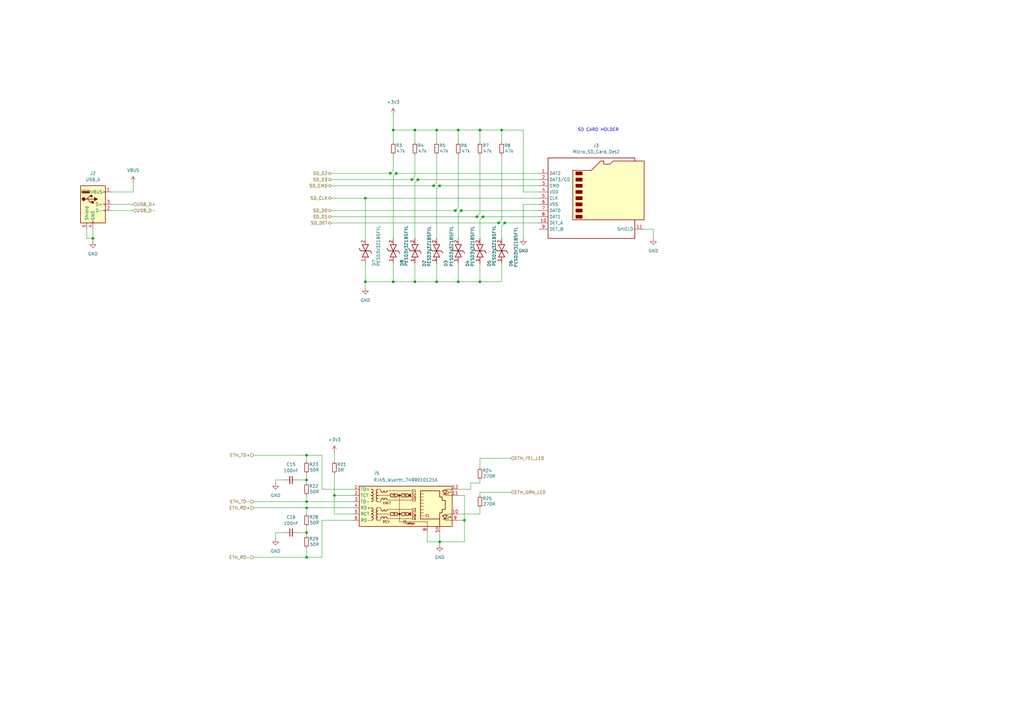
<source format=kicad_sch>
(kicad_sch (version 20231120) (generator "eeschema") (generator_version "8.0")
  (paper "A3")
  (lib_symbols
    (symbol "Chase_Diode:PESD3V3Z1BSFYL" (pin_names hide)
      (property "Reference" "D" (at 5.08 6.35 0))
      (property "Value" "PESD3V3Z1BSFYL" (at 5.08 3.81 0))
      (symbol "PESD3V3Z1BSFYL_1_1"
        (polyline (pts (xy 5.08 1.27) (xy 5.08 -1.27)) (stroke (width 0.254)))
        (polyline (pts (xy 5.08 1.27) (xy 7.62 0)) (stroke (width 0.254)))
        (polyline (pts (xy 7.62 -2.032) (xy 6.604 -2.54)) (stroke (width 0.254)))
        (polyline (pts (xy 7.62 -1.905) (xy 7.62 1.905)) (stroke (width 0.254)))
        (polyline (pts (xy 7.62 0) (xy 5.08 -1.27)) (stroke (width 0.254)))
        (polyline (pts (xy 7.62 0) (xy 10.16 1.27)) (stroke (width 0.254)))
        (polyline (pts (xy 8.636 2.54) (xy 7.62 2.032)) (stroke (width 0.254)))
        (polyline (pts (xy 10.16 -1.27) (xy 7.62 0)) (stroke (width 0.254)))
        (polyline (pts (xy 10.16 -1.27) (xy 10.16 1.27)) (stroke (width 0.254)))
        (pin passive line (at 2.54 0 0) (length 2.54) (name "K1") (number "1"))
        (pin passive line (at 12.7 0 180) (length 2.54) (name "K2") (number "2"))
      )
    )
    (symbol "Connector:Micro_SD_Card_Det2"
      (property "Reference" "J" (at -16.51 17.78 0))
      (property "Value" "Micro_SD_Card_Det2" (at 16.51 17.78 0))
      (symbol "Micro_SD_Card_Det2_0_1"
        (rectangle (start -7.62 -6.985) (end -5.08 -8.255) (stroke (width 0.254)) (fill (type outline)))
        (rectangle (start -7.62 -4.445) (end -5.08 -5.715) (stroke (width 0.254)) (fill (type outline)))
        (rectangle (start -7.62 -1.905) (end -5.08 -3.175) (stroke (width 0.254)) (fill (type outline)))
        (rectangle (start -7.62 0.635) (end -5.08 -0.635) (stroke (width 0.254)) (fill (type outline)))
        (rectangle (start -7.62 3.175) (end -5.08 1.905) (stroke (width 0.254)) (fill (type outline)))
        (rectangle (start -7.62 5.715) (end -5.08 4.445) (stroke (width 0.254)) (fill (type outline)))
        (rectangle (start -7.62 8.255) (end -5.08 6.985) (stroke (width 0.254)) (fill (type outline)))
        (rectangle (start -7.62 10.795) (end -5.08 9.525) (stroke (width 0.254)) (fill (type outline)))
        (polyline (pts (xy 16.51 15.24) (xy 16.51 16.51) (xy -19.05 16.51) (xy -19.05 -16.51) (xy 16.51 -16.51) (xy 16.51 -8.89)) (stroke (width 0.254)))
        (polyline (pts (xy -8.89 -8.89) (xy -8.89 11.43) (xy -1.27 11.43) (xy 2.54 15.24) (xy 3.81 15.24) (xy 3.81 13.97) (xy 6.35 13.97) (xy 7.62 15.24) (xy 20.32 15.24) (xy 20.32 -8.89) (xy -8.89 -8.89)) (stroke (width 0.254)) (fill (type background)))
      )
      (symbol "Micro_SD_Card_Det2_1_1"
        (pin bidirectional line (at -22.86 10.16 0) (length 3.81) (name "DAT2") (number "1"))
        (pin passive line (at -22.86 -10.16 0) (length 3.81) (name "DET_A") (number "10"))
        (pin passive line (at 20.32 -12.7 180) (length 3.81) (name "SHIELD") (number "11"))
        (pin bidirectional line (at -22.86 7.62 0) (length 3.81) (name "DAT3/CD") (number "2"))
        (pin input line (at -22.86 5.08 0) (length 3.81) (name "CMD") (number "3"))
        (pin power_in line (at -22.86 2.54 0) (length 3.81) (name "VDD") (number "4"))
        (pin input line (at -22.86 0 0) (length 3.81) (name "CLK") (number "5"))
        (pin power_in line (at -22.86 -2.54 0) (length 3.81) (name "VSS") (number "6"))
        (pin bidirectional line (at -22.86 -5.08 0) (length 3.81) (name "DAT0") (number "7"))
        (pin bidirectional line (at -22.86 -7.62 0) (length 3.81) (name "DAT1") (number "8"))
        (pin passive line (at -22.86 -12.7 0) (length 3.81) (name "DET_B") (number "9"))
      )
    )
    (symbol "Connector:RJ45_Wuerth_7499010121A"
      (property "Reference" "J" (at 17.78 10.16 0))
      (property "Value" "RJ45_Wuerth_7499010121A" (at -6.35 10.16 0))
      (symbol "RJ45_Wuerth_7499010121A_0_0"
        (circle (center -1.27 -2.54) (radius 0.0001) (stroke (width 0.508)))
        (circle (center -1.27 5.08) (radius 0.0001) (stroke (width 0.508)))
        (polyline (pts (xy -1.27 5.08) (xy -1.27 -5.715)))
        (polyline (pts (xy 0.635 -5.08) (xy 0.635 -6.35)) (stroke (width 0.254)))
        (polyline (pts (xy 1.27 -5.08) (xy 1.27 -6.35)) (stroke (width 0.254)))
        (polyline (pts (xy 3.048 -2.54) (xy 2.54 -2.54)))
        (polyline (pts (xy 3.048 5.08) (xy 2.54 5.08)))
        (polyline (pts (xy 17.399 -3.048) (xy 17.399 -2.54) (xy 20.32 -2.54)))
        (polyline (pts (xy 17.399 7.112) (xy 17.399 7.62) (xy 20.32 7.62)))
        (polyline (pts (xy 20.32 -5.08) (xy 17.399 -5.08) (xy 17.399 -4.572)))
        (polyline (pts (xy 20.32 5.08) (xy 17.399 5.08) (xy 17.399 5.588)))
        (polyline (pts (xy 3.683 -1.905) (xy 3.048 -1.905) (xy 3.048 -3.175) (xy 3.683 -3.175)))
        (polyline (pts (xy 3.683 5.715) (xy 3.048 5.715) (xy 3.048 4.445) (xy 3.683 4.445)))
        (circle (center 3.048 -2.54) (radius 0.0001) (stroke (width 0.508)))
        (circle (center 3.048 5.08) (radius 0.0001) (stroke (width 0.508)))
        (text "C1" (at 4.699 6.985 0) (effects (font (size 0.889 0.889))))
        (text "C1" (at 10.16 -3.175 0) (effects (font (size 0.889 0.889))))
        (text "C2" (at 4.699 3.175 0) (effects (font (size 0.889 0.889))))
        (text "C3" (at 4.699 -0.635 0) (effects (font (size 0.889 0.889))))
        (text "C4" (at 4.699 5.715 0) (effects (font (size 0.889 0.889))))
        (text "C5" (at 4.699 4.445 0) (effects (font (size 0.889 0.889))))
        (text "C6" (at 4.699 -4.445 0) (effects (font (size 0.889 0.889))))
        (text "C7" (at 4.699 -1.905 0) (effects (font (size 0.889 0.889))))
        (text "C8" (at 4.699 -3.175 0) (effects (font (size 0.889 0.889))))
        (text "RCV" (at -8.255 -5.715 0) (effects (font (size 1.016 1.016)) (justify left)))
        (text "XMIT" (at -8.255 1.905 0) (effects (font (size 1.016 1.016)) (justify left)))
      )
      (symbol "RJ45_Wuerth_7499010121A_0_1"
        (rectangle (start -17.78 8.89) (end 20.32 -7.62) (stroke (width 0.254)) (fill (type background)))
        (polyline (pts (xy -12.7 -5.08) (xy -13.081 -5.08)))
        (polyline (pts (xy -12.7 -2.54) (xy -13.081 -2.54)))
        (polyline (pts (xy -12.7 0) (xy -13.081 0)))
        (polyline (pts (xy -12.7 2.54) (xy -13.081 2.54)))
        (polyline (pts (xy -12.7 5.08) (xy -13.081 5.08)))
        (polyline (pts (xy -12.7 7.62) (xy -13.081 7.62)))
        (polyline (pts (xy -6.35 -4.445) (xy 3.683 -4.445)))
        (polyline (pts (xy -6.35 3.175) (xy 3.683 3.175)))
        (polyline (pts (xy -6.35 6.985) (xy 3.683 6.985)))
        (polyline (pts (xy -6.223 -0.635) (xy 3.683 -0.635)))
        (polyline (pts (xy -5.08 -2.54) (xy -10.16 -2.54)))
        (polyline (pts (xy -4.953 5.08) (xy -10.16 5.08)))
        (polyline (pts (xy -2.159 -2.54) (xy -0.381 -2.54)))
        (polyline (pts (xy -2.159 5.08) (xy -0.381 5.08)))
        (polyline (pts (xy 0.635 -5.715) (xy -1.27 -5.715)))
        (polyline (pts (xy 7.366 -2.032) (xy 8.636 -2.032)))
        (polyline (pts (xy 7.366 -0.762) (xy 8.636 -0.762)))
        (polyline (pts (xy 7.366 0.635) (xy 8.636 0.635)))
        (polyline (pts (xy 7.366 1.905) (xy 8.636 1.905)))
        (polyline (pts (xy 7.366 3.175) (xy 8.636 3.175)))
        (polyline (pts (xy 8.636 -3.302) (xy 7.366 -3.302)))
        (polyline (pts (xy 8.636 4.445) (xy 7.366 4.445)))
        (polyline (pts (xy 8.636 5.715) (xy 7.366 5.715)))
        (polyline (pts (xy 10.16 -5.715) (xy 1.27 -5.715)))
        (polyline (pts (xy 10.16 -5.715) (xy 10.16 -7.62)))
        (polyline (pts (xy -10.16 0) (xy -8.89 0) (xy -8.89 -0.635)))
        (polyline (pts (xy -10.16 7.62) (xy -8.89 7.62) (xy -8.89 6.985)))
        (polyline (pts (xy -8.89 -4.445) (xy -8.89 -5.08) (xy -10.16 -5.08)))
        (polyline (pts (xy -8.89 3.175) (xy -8.89 2.54) (xy -10.16 2.54)))
      )
      (symbol "RJ45_Wuerth_7499010121A_1_0"
        (text "1000pF" (at 3.302 -6.477 0) (effects (font (size 0.635 0.635))))
      )
      (symbol "RJ45_Wuerth_7499010121A_1_1"
        (arc (start -12.7 -1.27) (mid -12.0677 -0.635) (end -12.7 0) (stroke (width 0.254)))
        (arc (start -12.6973 -5.08) (mid -12.065 -4.445) (end -12.6973 -3.81) (stroke (width 0.254)))
        (arc (start -12.6973 -3.81) (mid -12.065 -3.175) (end -12.6973 -2.54) (stroke (width 0.254)))
        (arc (start -12.6973 -2.54) (mid -12.065 -1.905) (end -12.6973 -1.27) (stroke (width 0.254)))
        (arc (start -12.6973 6.35) (mid -12.065 6.985) (end -12.6973 7.62) (stroke (width 0.254)))
        (arc (start -12.6946 2.54) (mid -12.0623 3.175) (end -12.6946 3.81) (stroke (width 0.254)))
        (arc (start -12.6946 3.81) (mid -12.0623 4.445) (end -12.6946 5.08) (stroke (width 0.254)))
        (arc (start -12.6946 5.08) (mid -12.0623 5.715) (end -12.6946 6.35) (stroke (width 0.254)))
        (arc (start -10.1654 -2.54) (mid -10.7977 -3.175) (end -10.1654 -3.81) (stroke (width 0.254)))
        (arc (start -10.1654 -1.27) (mid -10.7977 -1.905) (end -10.1654 -2.54) (stroke (width 0.254)))
        (arc (start -10.1654 0) (mid -10.7977 -0.635) (end -10.1654 -1.27) (stroke (width 0.254)))
        (arc (start -10.1654 5.08) (mid -10.7977 4.445) (end -10.1654 3.81) (stroke (width 0.254)))
        (arc (start -10.1654 6.35) (mid -10.7977 5.715) (end -10.1654 5.08) (stroke (width 0.254)))
        (arc (start -10.1654 7.62) (mid -10.7977 6.985) (end -10.1654 6.35) (stroke (width 0.254)))
        (arc (start -10.1627 -3.81) (mid -10.795 -4.445) (end -10.1627 -5.08) (stroke (width 0.254)))
        (arc (start -10.1627 3.81) (mid -10.795 3.175) (end -10.1627 2.54) (stroke (width 0.254)))
        (arc (start -8.89 6.9823) (mid -8.255 6.35) (end -7.62 6.9823) (stroke (width 0.254)))
        (arc (start -8.8265 -0.7012) (mid -8.1915 -1.3335) (end -7.5565 -0.7012) (stroke (width 0.254)))
        (arc (start -7.62 -4.3153) (mid -8.255 -3.683) (end -8.89 -4.3153) (stroke (width 0.254)))
        (arc (start -7.62 3.3047) (mid -8.255 3.937) (end -8.89 3.3047) (stroke (width 0.254)))
        (arc (start -7.62 6.985) (mid -6.985 6.3527) (end -6.35 6.985) (stroke (width 0.254)))
        (arc (start -7.5565 -0.6985) (mid -6.9215 -1.3308) (end -6.2865 -0.6985) (stroke (width 0.254)))
        (arc (start -6.35 -4.3126) (mid -6.985 -3.6803) (end -7.62 -4.3126) (stroke (width 0.254)))
        (arc (start -6.35 3.3074) (mid -6.985 3.9397) (end -7.62 3.3074) (stroke (width 0.254)))
        (rectangle (start -4.953 -1.905) (end -2.159 -3.175) (stroke (width 0.254)))
        (rectangle (start -4.953 5.715) (end -2.159 4.445) (stroke (width 0.254)))
        (rectangle (start -0.381 -1.905) (end 2.413 -3.175) (stroke (width 0.254)))
        (rectangle (start -0.381 5.715) (end 2.413 4.445) (stroke (width 0.254)))
        (polyline (pts (xy 15.24 -7.62) (xy 15.24 -4.572)) (stroke (width 0.254)))
        (polyline (pts (xy 18.161 -4.572) (xy 16.637 -4.572)) (stroke (width 0.254)))
        (polyline (pts (xy 18.161 5.588) (xy 16.637 5.588)) (stroke (width 0.254)))
        (polyline (pts (xy 18.796 -4.572) (xy 18.796 -4.318)))
        (polyline (pts (xy 18.796 5.588) (xy 18.796 5.842)))
        (polyline (pts (xy 19.05 -3.937) (xy 19.05 -3.683)))
        (polyline (pts (xy 19.05 6.223) (xy 19.05 6.477)))
        (polyline (pts (xy 18.288 -4.064) (xy 18.796 -4.572) (xy 18.542 -4.572)))
        (polyline (pts (xy 18.288 6.096) (xy 18.796 5.588) (xy 18.542 5.588)))
        (polyline (pts (xy 18.542 -3.429) (xy 19.05 -3.937) (xy 18.796 -3.937)))
        (polyline (pts (xy 18.542 6.731) (xy 19.05 6.223) (xy 18.796 6.223)))
        (polyline (pts (xy 18.288 -3.048) (xy 16.383 -3.048) (xy 17.399 -4.572) (xy 18.288 -3.048)) (stroke (width 0.254)))
        (polyline (pts (xy 18.288 7.112) (xy 16.383 7.112) (xy 17.399 5.588) (xy 18.288 7.112)) (stroke (width 0.254)))
        (polyline (pts (xy 7.366 -4.572) (xy 7.366 6.985) (xy 15.24 6.985) (xy 15.24 4.445) (xy 16.256 4.445) (xy 16.256 3.048) (xy 17.526 3.048) (xy 17.526 -0.635) (xy 16.256 -0.635) (xy 16.256 -2.032) (xy 15.24 -2.032) (xy 15.24 -4.572) (xy 7.366 -4.572)) (stroke (width 0.254)))
        (text "75" (at -3.556 -2.54 0) (effects (font (size 0.635 0.635))))
        (text "75" (at -3.556 5.08 0) (effects (font (size 0.635 0.635))))
        (text "75" (at 1.016 -2.54 0) (effects (font (size 0.635 0.635))))
        (text "75" (at 1.016 5.08 0) (effects (font (size 0.635 0.635))))
        (text "G" (at 19.685 -3.81 0) (effects (font (size 0.635 0.635))))
        (text "Y" (at 19.558 6.35 0) (effects (font (size 0.635 0.635))))
        (pin passive line (at -20.32 7.62 0) (length 2.54) (name "TD+") (number "1"))
        (pin passive line (at 22.86 -2.54 180) (length 2.54) (name "") (number "10"))
        (pin passive line (at 22.86 5.08 180) (length 2.54) (name "") (number "11"))
        (pin passive line (at 22.86 7.62 180) (length 2.54) (name "") (number "12"))
        (pin passive line (at -20.32 5.08 0) (length 2.54) (name "TCT") (number "2"))
        (pin passive line (at -20.32 2.54 0) (length 2.54) (name "TD-") (number "3"))
        (pin passive line (at -20.32 0 0) (length 2.54) (name "RD+") (number "4"))
        (pin passive line (at -20.32 -2.54 0) (length 2.54) (name "RCT") (number "5"))
        (pin passive line (at -20.32 -5.08 0) (length 2.54) (name "RD-") (number "6"))
        (pin no_connect line (at 20.32 0 0) (length 0) hide (name "NC") (number "7"))
        (pin power_in line (at 10.16 -10.16 90) (length 2.54) (name "") (number "8"))
        (pin passive line (at 22.86 -5.08 180) (length 2.54) (name "") (number "9"))
        (pin passive line (at 15.24 -10.16 90) (length 2.54) (name "") (number "SH"))
      )
    )
    (symbol "Connector:USB_A" (pin_names (offset 1.016))
      (property "Reference" "J" (at -5.08 11.43 0))
      (property "Value" "USB_A" (at -5.08 8.89 0))
      (symbol "USB_A_0_1"
        (rectangle (start -5.08 -7.62) (end 5.08 7.62) (stroke (width 0.254)) (fill (type background)))
        (circle (center -3.81 2.159) (radius 0.635) (stroke (width 0.254)) (fill (type outline)))
        (rectangle (start -1.524 4.826) (end -4.318 5.334) (fill (type outline)))
        (rectangle (start -1.27 4.572) (end -4.572 5.842))
        (circle (center -0.635 3.429) (radius 0.381) (stroke (width 0.254)) (fill (type outline)))
        (rectangle (start -0.127 -7.62) (end 0.127 -6.858))
        (polyline (pts (xy -3.175 2.159) (xy -2.54 2.159) (xy -1.27 3.429) (xy -0.635 3.429)) (stroke (width 0.254)))
        (polyline (pts (xy -2.54 2.159) (xy -1.905 2.159) (xy -1.27 0.889) (xy 0 0.889)) (stroke (width 0.254)))
        (polyline (pts (xy 0.635 2.794) (xy 0.635 1.524) (xy 1.905 2.159) (xy 0.635 2.794)) (stroke (width 0.254)) (fill (type outline)))
        (rectangle (start 0.254 1.27) (end -0.508 0.508) (stroke (width 0.254)) (fill (type outline)))
        (rectangle (start 5.08 -2.667) (end 4.318 -2.413))
        (rectangle (start 5.08 -0.127) (end 4.318 0.127))
        (rectangle (start 5.08 4.953) (end 4.318 5.207))
      )
      (symbol "USB_A_1_1"
        (polyline (pts (xy -1.905 2.159) (xy 0.635 2.159)) (stroke (width 0.254)))
        (pin power_in line (at 7.62 5.08 180) (length 2.54) (name "VBUS") (number "1"))
        (pin bidirectional line (at 7.62 -2.54 180) (length 2.54) (name "D-") (number "2"))
        (pin bidirectional line (at 7.62 0 180) (length 2.54) (name "D+") (number "3"))
        (pin power_in line (at 0 -10.16 90) (length 2.54) (name "GND") (number "4"))
        (pin passive line (at -2.54 -10.16 90) (length 2.54) (name "Shield") (number "5"))
      )
    )
    (symbol "Device:C_Small" (pin_numbers hide) (pin_names (offset 0.254) hide)
      (property "Reference" "C" (at 0.254 1.778 0))
      (property "Value" "C_Small" (at 0.254 -2.032 0))
      (symbol "C_Small_0_1"
        (polyline (pts (xy -1.524 -0.508) (xy 1.524 -0.508)) (stroke (width 0.3302)))
        (polyline (pts (xy -1.524 0.508) (xy 1.524 0.508)) (stroke (width 0.3048)))
      )
      (symbol "C_Small_1_1"
        (pin passive line (at 0 2.54 270) (length 2.032) (name "~") (number "1"))
        (pin passive line (at 0 -2.54 90) (length 2.032) (name "~") (number "2"))
      )
    )
    (symbol "Device:R_Small" (pin_numbers hide) (pin_names (offset 0.254) hide)
      (property "Reference" "R" (at 0.762 0.508 0))
      (property "Value" "R_Small" (at 0.762 -1.016 0))
      (symbol "R_Small_0_1"
        (rectangle (start -0.762 1.778) (end 0.762 -1.778) (stroke (width 0.2032)))
      )
      (symbol "R_Small_1_1"
        (pin passive line (at 0 2.54 270) (length 0.762) (name "~") (number "1"))
        (pin passive line (at 0 -2.54 90) (length 0.762) (name "~") (number "2"))
      )
    )
    (symbol "power:+3V3" (power) (pin_numbers hide) (pin_names (offset 0) hide)
      (property "Value" "+3V3" (at 0 3.556 0))
      (symbol "+3V3_0_1"
        (polyline (pts (xy -0.762 1.27) (xy 0 2.54)))
        (polyline (pts (xy 0 0) (xy 0 2.54)))
        (polyline (pts (xy 0 2.54) (xy 0.762 1.27)))
      )
      (symbol "+3V3_1_1"
        (pin power_in line (at 0 0 90) (length 0) (name "~") (number "1"))
      )
    )
    (symbol "power:GND" (power) (pin_numbers hide) (pin_names (offset 0) hide)
      (property "Value" "GND" (at 0 -3.81 0))
      (symbol "GND_0_1"
        (polyline (pts (xy 0 0) (xy 0 -1.27) (xy 1.27 -1.27) (xy 0 -2.54) (xy -1.27 -1.27) (xy 0 -1.27)))
      )
      (symbol "GND_1_1"
        (pin power_in line (at 0 0 270) (length 0) (name "~") (number "1"))
      )
    )
    (symbol "power:VBUS" (power) (pin_numbers hide) (pin_names (offset 0) hide)
      (property "Value" "VBUS" (at 0 3.556 0))
      (symbol "VBUS_0_1"
        (polyline (pts (xy -0.762 1.27) (xy 0 2.54)))
        (polyline (pts (xy 0 0) (xy 0 2.54)))
        (polyline (pts (xy 0 2.54) (xy 0.762 1.27)))
      )
      (symbol "VBUS_1_1"
        (pin power_in line (at 0 0 90) (length 0) (name "~") (number "1"))
      )
    )
  )
  (junction (at 205.74 53.34))
  (junction (at 207.01 91.44))
  (junction (at 171.45 73.66))
  (junction (at 168.91 73.66))
  (junction (at 170.18 53.34))
  (junction (at 187.96 53.34))
  (junction (at 162.56 71.12))
  (junction (at 160.02 71.12))
  (junction (at 179.07 53.34))
  (junction (at 180.34 222.25))
  (junction (at 125.73 208.28))
  (junction (at 170.18 115.57))
  (junction (at 137.16 203.2))
  (junction (at 161.29 115.57))
  (junction (at 179.07 115.57))
  (junction (at 149.86 115.57))
  (junction (at 195.58 88.9))
  (junction (at 177.8 76.2))
  (junction (at 161.29 53.34))
  (junction (at 189.23 86.36))
  (junction (at 125.73 186.69))
  (junction (at 125.73 205.74))
  (junction (at 204.47 91.44))
  (junction (at 187.96 115.57))
  (junction (at 149.86 81.28))
  (junction (at 180.34 76.2))
  (junction (at 196.85 115.57))
  (junction (at 125.73 228.6))
  (junction (at 125.73 218.44))
  (junction (at 198.12 88.9))
  (junction (at 38.1 97.79))
  (junction (at 125.73 196.85))
  (junction (at 186.69 86.36))
  (junction (at 196.85 53.34))
  (junction (at 190.5 213.36))
  (wire (pts (xy 193.04 198.12) (xy 193.04 200.66)))
  (wire (pts (xy 179.07 115.57) (xy 187.96 115.57)))
  (wire (pts (xy 196.85 198.12) (xy 196.85 196.85)))
  (wire (pts (xy 196.85 53.34) (xy 196.85 58.42)))
  (wire (pts (xy 161.29 53.34) (xy 161.29 58.42)))
  (wire (pts (xy 45.72 86.36) (xy 54.61 86.36)))
  (wire (pts (xy 132.08 200.66) (xy 144.78 200.66)))
  (wire (pts (xy 135.89 71.12) (xy 160.02 71.12)))
  (wire (pts (xy 187.96 200.66) (xy 193.04 200.66)))
  (wire (pts (xy 170.18 72.39) (xy 168.91 73.66)))
  (wire (pts (xy 125.73 208.28) (xy 144.78 208.28)))
  (wire (pts (xy 196.85 208.28) (xy 196.85 210.82)))
  (wire (pts (xy 187.96 85.09) (xy 186.69 86.36)))
  (wire (pts (xy 205.74 63.5) (xy 205.74 90.17)))
  (wire (pts (xy 207.01 91.44) (xy 220.98 91.44)))
  (wire (pts (xy 137.16 203.2) (xy 144.78 203.2)))
  (wire (pts (xy 161.29 53.34) (xy 170.18 53.34)))
  (wire (pts (xy 187.96 97.79) (xy 187.96 87.63)))
  (wire (pts (xy 125.73 186.69) (xy 125.73 189.23)))
  (wire (pts (xy 161.29 46.99) (xy 161.29 53.34)))
  (wire (pts (xy 196.85 107.95) (xy 196.85 115.57)))
  (wire (pts (xy 179.07 53.34) (xy 187.96 53.34)))
  (wire (pts (xy 161.29 69.85) (xy 160.02 71.12)))
  (wire (pts (xy 187.96 87.63) (xy 189.23 86.36)))
  (wire (pts (xy 214.63 83.82) (xy 214.63 97.79)))
  (wire (pts (xy 161.29 72.39) (xy 162.56 71.12)))
  (wire (pts (xy 205.74 92.71) (xy 207.01 91.44)))
  (wire (pts (xy 190.5 203.2) (xy 190.5 213.36)))
  (wire (pts (xy 196.85 187.96) (xy 209.55 187.96)))
  (wire (pts (xy 132.08 228.6) (xy 125.73 228.6)))
  (wire (pts (xy 170.18 53.34) (xy 170.18 58.42)))
  (wire (pts (xy 190.5 222.25) (xy 180.34 222.25)))
  (wire (pts (xy 187.96 213.36) (xy 190.5 213.36)))
  (wire (pts (xy 196.85 53.34) (xy 205.74 53.34)))
  (wire (pts (xy 179.07 77.47) (xy 180.34 76.2)))
  (wire (pts (xy 179.07 74.93) (xy 177.8 76.2)))
  (wire (pts (xy 125.73 203.2) (xy 125.73 205.74)))
  (wire (pts (xy 180.34 76.2) (xy 220.98 76.2)))
  (wire (pts (xy 135.89 76.2) (xy 177.8 76.2)))
  (wire (pts (xy 132.08 213.36) (xy 132.08 228.6)))
  (wire (pts (xy 54.61 78.74) (xy 45.72 78.74)))
  (wire (pts (xy 180.34 222.25) (xy 180.34 218.44)))
  (wire (pts (xy 125.73 224.79) (xy 125.73 228.6)))
  (wire (pts (xy 205.74 90.17) (xy 204.47 91.44)))
  (wire (pts (xy 125.73 194.31) (xy 125.73 196.85)))
  (wire (pts (xy 125.73 215.9) (xy 125.73 218.44)))
  (wire (pts (xy 189.23 86.36) (xy 220.98 86.36)))
  (wire (pts (xy 121.92 218.44) (xy 125.73 218.44)))
  (wire (pts (xy 171.45 73.66) (xy 220.98 73.66)))
  (wire (pts (xy 121.92 196.85) (xy 125.73 196.85)))
  (wire (pts (xy 116.84 196.85) (xy 113.03 196.85)))
  (wire (pts (xy 149.86 115.57) (xy 149.86 118.11)))
  (wire (pts (xy 160.02 71.12) (xy 162.56 71.12)))
  (wire (pts (xy 187.96 107.95) (xy 187.96 115.57)))
  (wire (pts (xy 135.89 73.66) (xy 168.91 73.66)))
  (wire (pts (xy 180.34 222.25) (xy 180.34 223.52)))
  (wire (pts (xy 45.72 83.82) (xy 54.61 83.82)))
  (wire (pts (xy 162.56 71.12) (xy 220.98 71.12)))
  (wire (pts (xy 187.96 53.34) (xy 196.85 53.34)))
  (wire (pts (xy 170.18 63.5) (xy 170.18 72.39)))
  (wire (pts (xy 175.26 218.44) (xy 175.26 222.25)))
  (wire (pts (xy 149.86 81.28) (xy 220.98 81.28)))
  (wire (pts (xy 179.07 107.95) (xy 179.07 115.57)))
  (wire (pts (xy 38.1 97.79) (xy 38.1 99.06)))
  (wire (pts (xy 125.73 196.85) (xy 125.73 198.12)))
  (wire (pts (xy 137.16 185.42) (xy 137.16 189.23)))
  (wire (pts (xy 187.96 63.5) (xy 187.96 85.09)))
  (wire (pts (xy 205.74 53.34) (xy 205.74 58.42)))
  (wire (pts (xy 170.18 97.79) (xy 170.18 74.93)))
  (wire (pts (xy 125.73 228.6) (xy 104.14 228.6)))
  (wire (pts (xy 209.55 201.93) (xy 196.85 201.93)))
  (wire (pts (xy 170.18 74.93) (xy 171.45 73.66)))
  (wire (pts (xy 196.85 63.5) (xy 196.85 87.63)))
  (wire (pts (xy 113.03 218.44) (xy 113.03 220.98)))
  (wire (pts (xy 125.73 218.44) (xy 125.73 219.71)))
  (wire (pts (xy 196.85 90.17) (xy 198.12 88.9)))
  (wire (pts (xy 214.63 78.74) (xy 220.98 78.74)))
  (wire (pts (xy 104.14 208.28) (xy 125.73 208.28)))
  (wire (pts (xy 196.85 191.77) (xy 196.85 187.96)))
  (wire (pts (xy 149.86 81.28) (xy 149.86 97.79)))
  (wire (pts (xy 161.29 63.5) (xy 161.29 69.85)))
  (wire (pts (xy 137.16 210.82) (xy 137.16 203.2)))
  (wire (pts (xy 161.29 107.95) (xy 161.29 115.57)))
  (wire (pts (xy 170.18 115.57) (xy 179.07 115.57)))
  (wire (pts (xy 35.56 97.79) (xy 38.1 97.79)))
  (wire (pts (xy 196.85 97.79) (xy 196.85 90.17)))
  (wire (pts (xy 195.58 88.9) (xy 198.12 88.9)))
  (wire (pts (xy 196.85 87.63) (xy 195.58 88.9)))
  (wire (pts (xy 175.26 222.25) (xy 180.34 222.25)))
  (wire (pts (xy 190.5 213.36) (xy 190.5 222.25)))
  (wire (pts (xy 205.74 97.79) (xy 205.74 92.71)))
  (wire (pts (xy 135.89 88.9) (xy 195.58 88.9)))
  (wire (pts (xy 179.07 53.34) (xy 179.07 58.42)))
  (wire (pts (xy 170.18 53.34) (xy 179.07 53.34)))
  (wire (pts (xy 54.61 74.93) (xy 54.61 78.74)))
  (wire (pts (xy 187.96 115.57) (xy 196.85 115.57)))
  (wire (pts (xy 204.47 91.44) (xy 207.01 91.44)))
  (wire (pts (xy 161.29 97.79) (xy 161.29 72.39)))
  (wire (pts (xy 135.89 86.36) (xy 186.69 86.36)))
  (wire (pts (xy 186.69 86.36) (xy 189.23 86.36)))
  (wire (pts (xy 135.89 81.28) (xy 149.86 81.28)))
  (wire (pts (xy 205.74 53.34) (xy 214.63 53.34)))
  (wire (pts (xy 179.07 97.79) (xy 179.07 77.47)))
  (wire (pts (xy 179.07 63.5) (xy 179.07 74.93)))
  (wire (pts (xy 35.56 93.98) (xy 35.56 97.79)))
  (wire (pts (xy 214.63 53.34) (xy 214.63 78.74)))
  (wire (pts (xy 132.08 213.36) (xy 144.78 213.36)))
  (wire (pts (xy 193.04 198.12) (xy 196.85 198.12)))
  (wire (pts (xy 135.89 91.44) (xy 204.47 91.44)))
  (wire (pts (xy 267.97 93.98) (xy 267.97 97.79)))
  (wire (pts (xy 116.84 218.44) (xy 113.03 218.44)))
  (wire (pts (xy 168.91 73.66) (xy 171.45 73.66)))
  (wire (pts (xy 137.16 194.31) (xy 137.16 203.2)))
  (wire (pts (xy 161.29 115.57) (xy 170.18 115.57)))
  (wire (pts (xy 137.16 210.82) (xy 144.78 210.82)))
  (wire (pts (xy 187.96 53.34) (xy 187.96 58.42)))
  (wire (pts (xy 149.86 107.95) (xy 149.86 115.57)))
  (wire (pts (xy 125.73 186.69) (xy 132.08 186.69)))
  (wire (pts (xy 196.85 201.93) (xy 196.85 203.2)))
  (wire (pts (xy 220.98 83.82) (xy 214.63 83.82)))
  (wire (pts (xy 125.73 208.28) (xy 125.73 210.82)))
  (wire (pts (xy 196.85 115.57) (xy 205.74 115.57)))
  (wire (pts (xy 113.03 196.85) (xy 113.03 198.12)))
  (wire (pts (xy 132.08 186.69) (xy 132.08 200.66)))
  (wire (pts (xy 187.96 210.82) (xy 196.85 210.82)))
  (wire (pts (xy 149.86 115.57) (xy 161.29 115.57)))
  (wire (pts (xy 264.16 93.98) (xy 267.97 93.98)))
  (wire (pts (xy 125.73 205.74) (xy 144.78 205.74)))
  (wire (pts (xy 205.74 107.95) (xy 205.74 115.57)))
  (wire (pts (xy 170.18 107.95) (xy 170.18 115.57)))
  (wire (pts (xy 187.96 203.2) (xy 190.5 203.2)))
  (wire (pts (xy 198.12 88.9) (xy 220.98 88.9)))
  (wire (pts (xy 104.14 186.69) (xy 125.73 186.69)))
  (wire (pts (xy 38.1 93.98) (xy 38.1 97.79)))
  (wire (pts (xy 177.8 76.2) (xy 180.34 76.2)))
  (wire (pts (xy 104.14 205.74) (xy 125.73 205.74)))
  (text "SD CARD HOLDER" (at 245.364 53.34 0) (effects (font (size 1.27 1.27))))
  (hierarchical_label "ETH_YEL_LED" (shape input) (at 209.55 187.96 0))
  (hierarchical_label "ETH_TD+" (shape input) (at 104.14 186.69 180))
  (hierarchical_label "ETH_RD-" (shape input) (at 104.14 228.6 180))
  (hierarchical_label "ETH_GRN_LED" (shape input) (at 209.55 201.93 0))
  (hierarchical_label "ETH_TD-" (shape input) (at 104.14 205.74 180))
  (hierarchical_label "USB_D+" (shape input) (at 54.61 83.82 0))
  (hierarchical_label "SD_D0" (shape bidirectional) (at 135.89 86.36 180))
  (hierarchical_label "SD_CMD" (shape bidirectional) (at 135.89 76.2 180))
  (hierarchical_label "SD_D2" (shape bidirectional) (at 135.89 71.12 180))
  (hierarchical_label "USB_D-" (shape input) (at 54.61 86.36 0))
  (hierarchical_label "SD_DET" (shape bidirectional) (at 135.89 91.44 180))
  (hierarchical_label "SD_CLK" (shape bidirectional) (at 135.89 81.28 180))
  (hierarchical_label "SD_D3" (shape bidirectional) (at 135.89 73.66 180))
  (hierarchical_label "ETH_RD+" (shape input) (at 104.14 208.28 180))
  (hierarchical_label "SD_D1" (shape bidirectional) (at 135.89 88.9 180))
  (symbol (lib_id "Device:R_Small") (at 170.18 60.96 0) (unit 1)
    (property "Reference" "R4" (at 171.196 59.69 0) (effects (justify left)))
    (property "Value" "47k" (at 171.45 61.976 0) (effects (justify left)))
    (property "Footprint" "Resistor_SMD:R_01005_0402Metric" (effects (hide yes)))
    (property "Description" "Resistor, small symbol" (effects (hide yes)))
  )
  (symbol (lib_id "Device:R_Small") (at 196.85 60.96 0) (unit 1)
    (property "Reference" "R7" (at 197.866 59.69 0) (effects (justify left)))
    (property "Value" "47k" (at 198.12 61.976 0) (effects (justify left)))
    (property "Footprint" "Resistor_SMD:R_01005_0402Metric" (effects (hide yes)))
    (property "Description" "Resistor, small symbol" (effects (hide yes)))
  )
  (symbol (lib_id "power:+3V3") (at 161.29 46.99 0) (unit 1)
    (property "Reference" "#PWR010" (effects (hide yes)))
    (property "Value" "+3V3" (at 161.29 41.91 0))
    (property "Description" "Power symbol creates a global label with name \"+3V3\"" (effects (hide yes)))
  )
  (symbol (lib_id "power:GND") (at 214.63 97.79 0) (unit 1)
    (property "Reference" "#PWR011" (effects (hide yes)))
    (property "Value" "GND" (at 214.63 102.87 0))
    (property "Description" "Power symbol creates a global label with name \"GND\" , ground" (effects (hide yes)))
  )
  (symbol (lib_id "power:GND") (at 180.34 223.52 0) (unit 1)
    (property "Reference" "#PWR035" (effects (hide yes)))
    (property "Value" "GND" (at 180.34 228.6 0))
    (property "Description" "Power symbol creates a global label with name \"GND\" , ground" (effects (hide yes)))
  )
  (symbol (lib_id "Connector:Micro_SD_Card_Det2") (at 243.84 81.28 0) (unit 1)
    (property "Reference" "J3" (at 244.475 59.69 0))
    (property "Value" "Micro_SD_Card_Det2" (at 244.475 62.23 0))
    (property "Footprint" "Connector_Card:microSD_HC_Molex_104031-0811" (effects (hide yes)))
    (property "Datasheet" "https://www.hirose.com/en/product/document?clcode=&productname=&series=DM3&documenttype=Catalog&lang=en&documentid=D49662_en" (effects (hide yes)))
    (property "Description" "Micro SD Card Socket with two card detection pins" (effects (hide yes)))
  )
  (symbol (lib_id "Connector:RJ45_Wuerth_7499010121A") (at 165.1 208.28 0) (unit 1)
    (property "Reference" "J5" (at 154.432 194.056 0))
    (property "Value" "RJ45_Wuerth_7499010121A" (at 166.37 196.85 0))
    (property "Footprint" "Connector_RJ:RJ45_Wuerth_7499010121A_Horizontal" (effects (hide yes)))
    (property "Datasheet" "http://katalog.we-online.de/pbs/datasheet/7499010121A.pdf" (effects (hide yes)))
    (property "Description" "LAN Transformer Jack, RJ45, 10/100 BaseT" (effects (hide yes)))
  )
  (symbol (lib_id "Device:R_Small") (at 125.73 222.25 0) (unit 1)
    (property "Reference" "R29" (at 126.746 220.98 0) (effects (justify left)))
    (property "Value" "50R" (at 127 223.266 0) (effects (justify left)))
    (property "Footprint" "Resistor_SMD:R_01005_0402Metric" (effects (hide yes)))
    (property "Description" "Resistor, small symbol" (effects (hide yes)))
  )
  (symbol (lib_id "Device:R_Small") (at 196.85 194.31 0) (unit 1)
    (property "Reference" "R24" (at 197.866 193.04 0) (effects (justify left)))
    (property "Value" "270R" (at 198.12 195.326 0) (effects (justify left)))
    (property "Footprint" "Resistor_SMD:R_01005_0402Metric" (effects (hide yes)))
    (property "Description" "Resistor, small symbol" (effects (hide yes)))
  )
  (symbol (lib_id "Device:C_Small") (at 119.38 218.44 90) (unit 1)
    (property "Reference" "C16" (at 119.3863 212.09 90))
    (property "Value" "100nF" (at 119.3863 214.63 90))
    (property "Footprint" "Capacitor_SMD:C_0603_1608Metric_Pad1.08x0.95mm_HandSolder" (effects (hide yes)))
    (property "Description" "Unpolarized capacitor, small symbol" (effects (hide yes)))
  )
  (symbol (lib_id "Connector:USB_A") (at 38.1 83.82 0) (unit 1)
    (property "Reference" "J2" (at 38.1 71.12 0))
    (property "Value" "USB_A" (at 38.1 73.66 0))
    (property "Footprint" "Connector_USB:USB_A_Molex_48037-2200_Horizontal" (effects (hide yes)))
    (property "Description" "USB Type A connector" (effects (hide yes)))
  )
  (symbol (lib_id "Chase_Diode:PESD3V3Z1BSFYL") (at 161.29 110.49 90) (unit 1)
    (property "Reference" "D8" (at 164.846 106.426 0) (effects (justify right)))
    (property "Value" "PESD3V3Z1BSFYL" (at 166.624 92.456 0) (effects (justify right)))
    (property "Datasheet" "https://assets.nexperia.com/documents/data-sheet/PESD3V3Z1BSF.pdf" (effects (hide yes)))
    (property "Description" "PESD3V3Z1BSF - Extremely low capacitance bidirectional ESD protection diode" (effects (hide yes)))
    (property "Mouser Part Number" "771-PESD3V3Z1BSFYL" (effects (hide yes)))
    (property "Mouser Price/Stock" "https://www.mouser.co.uk/ProductDetail/Nexperia/PESD3V3Z1BSFYL?qs=%252BEew9%252B0nqrB3Csg8iRki7Q%3D%3D" (effects (hide yes)))
    (property "Manufacturer_Name" "Nexperia" (effects (hide yes)))
    (property "Manufacturer_Part_Number" "PESD3V3Z1BSFYL" (effects (hide yes)))
  )
  (symbol (lib_id "Device:R_Small") (at 125.73 200.66 0) (unit 1)
    (property "Reference" "R22" (at 126.746 199.39 0) (effects (justify left)))
    (property "Value" "50R" (at 127 201.676 0) (effects (justify left)))
    (property "Footprint" "Resistor_SMD:R_01005_0402Metric" (effects (hide yes)))
    (property "Description" "Resistor, small symbol" (effects (hide yes)))
  )
  (symbol (lib_id "Chase_Diode:PESD3V3Z1BSFYL") (at 205.74 110.49 90) (unit 1)
    (property "Reference" "D6" (at 209.55 106.68 0) (effects (justify right)))
    (property "Value" "PESD3V3Z1BSFYL" (at 211.582 92.964 0) (effects (justify right)))
    (property "Datasheet" "https://assets.nexperia.com/documents/data-sheet/PESD3V3Z1BSF.pdf" (effects (hide yes)))
    (property "Description" "PESD3V3Z1BSF - Extremely low capacitance bidirectional ESD protection diode" (effects (hide yes)))
    (property "Mouser Part Number" "771-PESD3V3Z1BSFYL" (effects (hide yes)))
    (property "Mouser Price/Stock" "https://www.mouser.co.uk/ProductDetail/Nexperia/PESD3V3Z1BSFYL?qs=%252BEew9%252B0nqrB3Csg8iRki7Q%3D%3D" (effects (hide yes)))
    (property "Manufacturer_Name" "Nexperia" (effects (hide yes)))
    (property "Manufacturer_Part_Number" "PESD3V3Z1BSFYL" (effects (hide yes)))
  )
  (symbol (lib_id "Device:C_Small") (at 119.38 196.85 270) (unit 1)
    (property "Reference" "C15" (at 119.3736 190.5 90))
    (property "Value" "100nF" (at 119.3736 193.04 90))
    (property "Footprint" "Capacitor_SMD:C_0603_1608Metric_Pad1.08x0.95mm_HandSolder" (effects (hide yes)))
    (property "Description" "Unpolarized capacitor, small symbol" (effects (hide yes)))
  )
  (symbol (lib_id "Device:R_Small") (at 161.29 60.96 0) (unit 1)
    (property "Reference" "R3" (at 162.306 59.69 0) (effects (justify left)))
    (property "Value" "47k" (at 162.56 61.976 0) (effects (justify left)))
    (property "Footprint" "Resistor_SMD:R_01005_0402Metric" (effects (hide yes)))
    (property "Description" "Resistor, small symbol" (effects (hide yes)))
  )
  (symbol (lib_id "Device:R_Small") (at 125.73 191.77 0) (unit 1)
    (property "Reference" "R23" (at 126.746 190.5 0) (effects (justify left)))
    (property "Value" "50R" (at 127 192.786 0) (effects (justify left)))
    (property "Footprint" "Resistor_SMD:R_01005_0402Metric" (effects (hide yes)))
    (property "Description" "Resistor, small symbol" (effects (hide yes)))
  )
  (symbol (lib_id "Device:R_Small") (at 137.16 191.77 0) (unit 1)
    (property "Reference" "R21" (at 138.176 190.5 0) (effects (justify left)))
    (property "Value" "0R" (at 138.43 192.786 0) (effects (justify left)))
    (property "Footprint" "Resistor_SMD:R_01005_0402Metric" (effects (hide yes)))
    (property "Description" "Resistor, small symbol" (effects (hide yes)))
  )
  (symbol (lib_id "Chase_Diode:PESD3V3Z1BSFYL") (at 179.07 110.49 90) (unit 1)
    (property "Reference" "D3" (at 182.88 106.68 0) (effects (justify right)))
    (property "Value" "PESD3V3Z1BSFYL" (at 185.166 92.71 0) (effects (justify right)))
    (property "Datasheet" "https://assets.nexperia.com/documents/data-sheet/PESD3V3Z1BSF.pdf" (effects (hide yes)))
    (property "Description" "PESD3V3Z1BSF - Extremely low capacitance bidirectional ESD protection diode" (effects (hide yes)))
    (property "Mouser Part Number" "771-PESD3V3Z1BSFYL" (effects (hide yes)))
    (property "Mouser Price/Stock" "https://www.mouser.co.uk/ProductDetail/Nexperia/PESD3V3Z1BSFYL?qs=%252BEew9%252B0nqrB3Csg8iRki7Q%3D%3D" (effects (hide yes)))
    (property "Manufacturer_Name" "Nexperia" (effects (hide yes)))
    (property "Manufacturer_Part_Number" "PESD3V3Z1BSFYL" (effects (hide yes)))
  )
  (symbol (lib_id "power:GND") (at 113.03 220.98 0) (unit 1)
    (property "Reference" "#PWR037" (effects (hide yes)))
    (property "Value" "GND" (at 113.03 226.06 0))
    (property "Description" "Power symbol creates a global label with name \"GND\" , ground" (effects (hide yes)))
  )
  (symbol (lib_id "Device:R_Small") (at 125.73 213.36 0) (unit 1)
    (property "Reference" "R28" (at 126.746 212.09 0) (effects (justify left)))
    (property "Value" "50R" (at 127 214.376 0) (effects (justify left)))
    (property "Footprint" "Resistor_SMD:R_01005_0402Metric" (effects (hide yes)))
    (property "Description" "Resistor, small symbol" (effects (hide yes)))
  )
  (symbol (lib_id "power:GND") (at 149.86 118.11 0) (unit 1)
    (property "Reference" "#PWR013" (effects (hide yes)))
    (property "Value" "GND" (at 149.86 123.19 0))
    (property "Description" "Power symbol creates a global label with name \"GND\" , ground" (effects (hide yes)))
  )
  (symbol (lib_id "power:VBUS") (at 54.61 74.93 0) (unit 1)
    (property "Reference" "#PWR032" (effects (hide yes)))
    (property "Value" "VBUS" (at 54.61 69.85 0))
    (property "Description" "Power symbol creates a global label with name \"VBUS\"" (effects (hide yes)))
  )
  (symbol (lib_id "Chase_Diode:PESD3V3Z1BSFYL") (at 149.86 110.49 90) (unit 1)
    (property "Reference" "D7" (at 153.416 106.426 0) (effects (justify right)))
    (property "Value" "PESD3V3Z1BSFYL" (at 155.194 92.456 0) (effects (justify right)))
    (property "Datasheet" "https://assets.nexperia.com/documents/data-sheet/PESD3V3Z1BSF.pdf" (effects (hide yes)))
    (property "Description" "PESD3V3Z1BSF - Extremely low capacitance bidirectional ESD protection diode" (effects (hide yes)))
    (property "Mouser Part Number" "771-PESD3V3Z1BSFYL" (effects (hide yes)))
    (property "Mouser Price/Stock" "https://www.mouser.co.uk/ProductDetail/Nexperia/PESD3V3Z1BSFYL?qs=%252BEew9%252B0nqrB3Csg8iRki7Q%3D%3D" (effects (hide yes)))
    (property "Manufacturer_Name" "Nexperia" (effects (hide yes)))
    (property "Manufacturer_Part_Number" "PESD3V3Z1BSFYL" (effects (hide yes)))
  )
  (symbol (lib_id "power:GND") (at 38.1 99.06 0) (unit 1)
    (property "Reference" "#PWR033" (effects (hide yes)))
    (property "Value" "GND" (at 38.1 104.14 0))
    (property "Description" "Power symbol creates a global label with name \"GND\" , ground" (effects (hide yes)))
  )
  (symbol (lib_id "Device:R_Small") (at 179.07 60.96 0) (unit 1)
    (property "Reference" "R5" (at 180.086 59.69 0) (effects (justify left)))
    (property "Value" "47k" (at 180.34 61.976 0) (effects (justify left)))
    (property "Footprint" "Resistor_SMD:R_01005_0402Metric" (effects (hide yes)))
    (property "Description" "Resistor, small symbol" (effects (hide yes)))
  )
  (symbol (lib_id "Chase_Diode:PESD3V3Z1BSFYL") (at 187.96 110.49 90) (unit 1)
    (property "Reference" "D4" (at 191.77 106.68 0) (effects (justify right)))
    (property "Value" "PESD3V3Z1BSFYL" (at 193.802 92.71 0) (effects (justify right)))
    (property "Datasheet" "https://assets.nexperia.com/documents/data-sheet/PESD3V3Z1BSF.pdf" (effects (hide yes)))
    (property "Description" "PESD3V3Z1BSF - Extremely low capacitance bidirectional ESD protection diode" (effects (hide yes)))
    (property "Mouser Part Number" "771-PESD3V3Z1BSFYL" (effects (hide yes)))
    (property "Mouser Price/Stock" "https://www.mouser.co.uk/ProductDetail/Nexperia/PESD3V3Z1BSFYL?qs=%252BEew9%252B0nqrB3Csg8iRki7Q%3D%3D" (effects (hide yes)))
    (property "Manufacturer_Name" "Nexperia" (effects (hide yes)))
    (property "Manufacturer_Part_Number" "PESD3V3Z1BSFYL" (effects (hide yes)))
  )
  (symbol (lib_id "Device:R_Small") (at 187.96 60.96 0) (unit 1)
    (property "Reference" "R6" (at 188.976 59.69 0) (effects (justify left)))
    (property "Value" "47k" (at 189.23 61.976 0) (effects (justify left)))
    (property "Footprint" "Resistor_SMD:R_01005_0402Metric" (effects (hide yes)))
    (property "Description" "Resistor, small symbol" (effects (hide yes)))
  )
  (symbol (lib_id "Chase_Diode:PESD3V3Z1BSFYL") (at 170.18 110.49 90) (unit 1)
    (property "Reference" "D2" (at 173.99 106.68 0) (effects (justify right)))
    (property "Value" "PESD3V3Z1BSFYL" (at 176.022 92.71 0) (effects (justify right)))
    (property "Datasheet" "https://assets.nexperia.com/documents/data-sheet/PESD3V3Z1BSF.pdf" (effects (hide yes)))
    (property "Description" "PESD3V3Z1BSF - Extremely low capacitance bidirectional ESD protection diode" (effects (hide yes)))
    (property "Mouser Part Number" "771-PESD3V3Z1BSFYL" (effects (hide yes)))
    (property "Mouser Price/Stock" "https://www.mouser.co.uk/ProductDetail/Nexperia/PESD3V3Z1BSFYL?qs=%252BEew9%252B0nqrB3Csg8iRki7Q%3D%3D" (effects (hide yes)))
    (property "Manufacturer_Name" "Nexperia" (effects (hide yes)))
    (property "Manufacturer_Part_Number" "PESD3V3Z1BSFYL" (effects (hide yes)))
  )
  (symbol (lib_id "power:GND") (at 113.03 198.12 0) (unit 1)
    (property "Reference" "#PWR036" (effects (hide yes)))
    (property "Value" "GND" (at 113.03 203.2 0))
    (property "Description" "Power symbol creates a global label with name \"GND\" , ground" (effects (hide yes)))
  )
  (symbol (lib_id "power:GND") (at 267.97 97.79 0) (unit 1)
    (property "Reference" "#PWR012" (effects (hide yes)))
    (property "Value" "GND" (at 267.97 102.87 0))
    (property "Description" "Power symbol creates a global label with name \"GND\" , ground" (effects (hide yes)))
  )
  (symbol (lib_id "Chase_Diode:PESD3V3Z1BSFYL") (at 196.85 110.49 90) (unit 1)
    (property "Reference" "D5" (at 200.66 106.68 0) (effects (justify right)))
    (property "Value" "PESD3V3Z1BSFYL" (at 202.692 92.456 0) (effects (justify right)))
    (property "Datasheet" "https://assets.nexperia.com/documents/data-sheet/PESD3V3Z1BSF.pdf" (effects (hide yes)))
    (property "Description" "PESD3V3Z1BSF - Extremely low capacitance bidirectional ESD protection diode" (effects (hide yes)))
    (property "Mouser Part Number" "771-PESD3V3Z1BSFYL" (effects (hide yes)))
    (property "Mouser Price/Stock" "https://www.mouser.co.uk/ProductDetail/Nexperia/PESD3V3Z1BSFYL?qs=%252BEew9%252B0nqrB3Csg8iRki7Q%3D%3D" (effects (hide yes)))
    (property "Manufacturer_Name" "Nexperia" (effects (hide yes)))
    (property "Manufacturer_Part_Number" "PESD3V3Z1BSFYL" (effects (hide yes)))
  )
  (symbol (lib_id "Device:R_Small") (at 205.74 60.96 0) (unit 1)
    (property "Reference" "R8" (at 206.756 59.69 0) (effects (justify left)))
    (property "Value" "47k" (at 207.01 61.976 0) (effects (justify left)))
    (property "Footprint" "Resistor_SMD:R_01005_0402Metric" (effects (hide yes)))
    (property "Description" "Resistor, small symbol" (effects (hide yes)))
  )
  (symbol (lib_id "power:+3V3") (at 137.16 185.42 0) (unit 1)
    (property "Reference" "#PWR034" (effects (hide yes)))
    (property "Value" "+3V3" (at 137.16 180.34 0))
    (property "Description" "Power symbol creates a global label with name \"+3V3\"" (effects (hide yes)))
  )
  (symbol (lib_id "Device:R_Small") (at 196.85 205.74 0) (unit 1)
    (property "Reference" "R25" (at 197.866 204.47 0) (effects (justify left)))
    (property "Value" "270R" (at 198.12 206.756 0) (effects (justify left)))
    (property "Footprint" "Resistor_SMD:R_01005_0402Metric" (effects (hide yes)))
    (property "Description" "Resistor, small symbol" (effects (hide yes)))
  )
)
</source>
